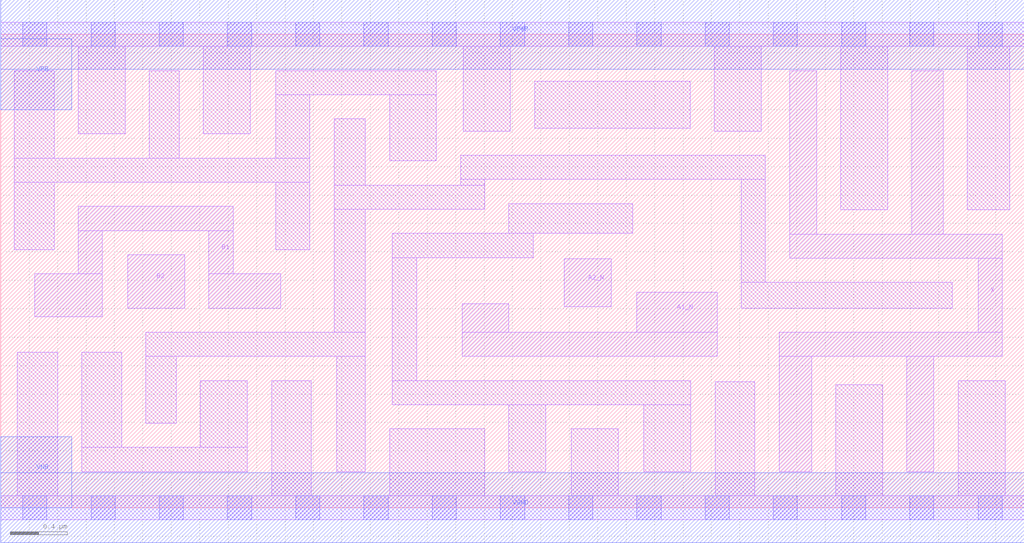
<source format=lef>
# Copyright 2020 The SkyWater PDK Authors
#
# Licensed under the Apache License, Version 2.0 (the "License");
# you may not use this file except in compliance with the License.
# You may obtain a copy of the License at
#
#     https://www.apache.org/licenses/LICENSE-2.0
#
# Unless required by applicable law or agreed to in writing, software
# distributed under the License is distributed on an "AS IS" BASIS,
# WITHOUT WARRANTIES OR CONDITIONS OF ANY KIND, either express or implied.
# See the License for the specific language governing permissions and
# limitations under the License.
#
# SPDX-License-Identifier: Apache-2.0

VERSION 5.5 ;
NAMESCASESENSITIVE ON ;
BUSBITCHARS "[]" ;
DIVIDERCHAR "/" ;
MACRO sky130_fd_sc_lp__a2bb2o_4
  CLASS CORE ;
  SOURCE USER ;
  ORIGIN  0.000000  0.000000 ;
  SIZE  7.200000 BY  3.330000 ;
  SYMMETRY X Y R90 ;
  SITE unit ;
  PIN A1_N
    ANTENNAGATEAREA  0.630000 ;
    DIRECTION INPUT ;
    USE SIGNAL ;
    PORT
      LAYER li1 ;
        RECT 3.245000 1.065000 5.040000 1.235000 ;
        RECT 3.245000 1.235000 3.575000 1.435000 ;
        RECT 4.475000 1.235000 5.040000 1.515000 ;
    END
  END A1_N
  PIN A2_N
    ANTENNAGATEAREA  0.630000 ;
    DIRECTION INPUT ;
    USE SIGNAL ;
    PORT
      LAYER li1 ;
        RECT 3.965000 1.415000 4.295000 1.750000 ;
    END
  END A2_N
  PIN B1
    ANTENNAGATEAREA  0.630000 ;
    DIRECTION INPUT ;
    USE SIGNAL ;
    PORT
      LAYER li1 ;
        RECT 0.240000 1.345000 0.715000 1.645000 ;
        RECT 0.545000 1.645000 0.715000 1.950000 ;
        RECT 0.545000 1.950000 1.635000 2.120000 ;
        RECT 1.465000 1.405000 1.970000 1.645000 ;
        RECT 1.465000 1.645000 1.635000 1.950000 ;
    END
  END B1
  PIN B2
    ANTENNAGATEAREA  0.630000 ;
    DIRECTION INPUT ;
    USE SIGNAL ;
    PORT
      LAYER li1 ;
        RECT 0.895000 1.405000 1.295000 1.780000 ;
    END
  END B2
  PIN X
    ANTENNADIFFAREA  1.188600 ;
    DIRECTION OUTPUT ;
    USE SIGNAL ;
    PORT
      LAYER li1 ;
        RECT 5.475000 0.255000 5.705000 1.065000 ;
        RECT 5.475000 1.065000 7.045000 1.235000 ;
        RECT 5.550000 1.755000 7.045000 1.925000 ;
        RECT 5.550000 1.925000 5.740000 3.075000 ;
        RECT 6.375000 0.255000 6.565000 1.065000 ;
        RECT 6.410000 1.925000 6.630000 3.075000 ;
        RECT 6.875000 1.235000 7.045000 1.755000 ;
    END
  END X
  PIN VGND
    DIRECTION INOUT ;
    USE GROUND ;
    PORT
      LAYER met1 ;
        RECT 0.000000 -0.245000 7.200000 0.245000 ;
    END
  END VGND
  PIN VNB
    DIRECTION INOUT ;
    USE GROUND ;
    PORT
      LAYER met1 ;
        RECT 0.000000 0.000000 0.500000 0.500000 ;
    END
  END VNB
  PIN VPB
    DIRECTION INOUT ;
    USE POWER ;
    PORT
      LAYER met1 ;
        RECT 0.000000 2.800000 0.500000 3.300000 ;
    END
  END VPB
  PIN VPWR
    DIRECTION INOUT ;
    USE POWER ;
    PORT
      LAYER met1 ;
        RECT 0.000000 3.085000 7.200000 3.575000 ;
    END
  END VPWR
  OBS
    LAYER li1 ;
      RECT 0.000000 -0.085000 7.200000 0.085000 ;
      RECT 0.000000  3.245000 7.200000 3.415000 ;
      RECT 0.095000  1.815000 0.375000 2.290000 ;
      RECT 0.095000  2.290000 2.175000 2.460000 ;
      RECT 0.095000  2.460000 0.375000 3.075000 ;
      RECT 0.115000  0.085000 0.400000 1.095000 ;
      RECT 0.545000  2.630000 0.875000 3.245000 ;
      RECT 0.570000  0.255000 1.735000 0.425000 ;
      RECT 0.570000  0.425000 0.850000 1.095000 ;
      RECT 1.020000  0.595000 1.235000 1.065000 ;
      RECT 1.020000  1.065000 2.565000 1.235000 ;
      RECT 1.045000  2.460000 1.255000 3.075000 ;
      RECT 1.405000  0.425000 1.735000 0.895000 ;
      RECT 1.425000  2.630000 1.755000 3.245000 ;
      RECT 1.905000  0.085000 2.185000 0.895000 ;
      RECT 1.935000  1.815000 2.175000 2.290000 ;
      RECT 1.935000  2.460000 2.175000 2.905000 ;
      RECT 1.935000  2.905000 3.065000 3.075000 ;
      RECT 2.345000  1.235000 2.565000 2.100000 ;
      RECT 2.345000  2.100000 3.405000 2.270000 ;
      RECT 2.345000  2.270000 2.565000 2.735000 ;
      RECT 2.365000  0.255000 2.565000 1.065000 ;
      RECT 2.735000  0.085000 3.405000 0.555000 ;
      RECT 2.735000  2.440000 3.065000 2.905000 ;
      RECT 2.755000  0.725000 4.855000 0.895000 ;
      RECT 2.755000  0.895000 2.925000 1.760000 ;
      RECT 2.755000  1.760000 3.745000 1.930000 ;
      RECT 3.235000  2.270000 3.405000 2.310000 ;
      RECT 3.235000  2.310000 5.380000 2.480000 ;
      RECT 3.255000  2.650000 3.585000 3.245000 ;
      RECT 3.575000  0.255000 3.835000 0.725000 ;
      RECT 3.575000  1.930000 4.445000 2.140000 ;
      RECT 3.755000  2.670000 4.850000 3.000000 ;
      RECT 4.015000  0.085000 4.345000 0.555000 ;
      RECT 4.525000  0.255000 4.855000 0.725000 ;
      RECT 5.020000  2.650000 5.350000 3.245000 ;
      RECT 5.025000  0.085000 5.305000 0.885000 ;
      RECT 5.210000  1.405000 6.695000 1.585000 ;
      RECT 5.210000  1.585000 5.380000 2.310000 ;
      RECT 5.875000  0.085000 6.205000 0.865000 ;
      RECT 5.910000  2.095000 6.240000 3.245000 ;
      RECT 6.735000  0.085000 7.065000 0.895000 ;
      RECT 6.800000  2.095000 7.100000 3.245000 ;
    LAYER mcon ;
      RECT 0.155000 -0.085000 0.325000 0.085000 ;
      RECT 0.155000  3.245000 0.325000 3.415000 ;
      RECT 0.635000 -0.085000 0.805000 0.085000 ;
      RECT 0.635000  3.245000 0.805000 3.415000 ;
      RECT 1.115000 -0.085000 1.285000 0.085000 ;
      RECT 1.115000  3.245000 1.285000 3.415000 ;
      RECT 1.595000 -0.085000 1.765000 0.085000 ;
      RECT 1.595000  3.245000 1.765000 3.415000 ;
      RECT 2.075000 -0.085000 2.245000 0.085000 ;
      RECT 2.075000  3.245000 2.245000 3.415000 ;
      RECT 2.555000 -0.085000 2.725000 0.085000 ;
      RECT 2.555000  3.245000 2.725000 3.415000 ;
      RECT 3.035000 -0.085000 3.205000 0.085000 ;
      RECT 3.035000  3.245000 3.205000 3.415000 ;
      RECT 3.515000 -0.085000 3.685000 0.085000 ;
      RECT 3.515000  3.245000 3.685000 3.415000 ;
      RECT 3.995000 -0.085000 4.165000 0.085000 ;
      RECT 3.995000  3.245000 4.165000 3.415000 ;
      RECT 4.475000 -0.085000 4.645000 0.085000 ;
      RECT 4.475000  3.245000 4.645000 3.415000 ;
      RECT 4.955000 -0.085000 5.125000 0.085000 ;
      RECT 4.955000  3.245000 5.125000 3.415000 ;
      RECT 5.435000 -0.085000 5.605000 0.085000 ;
      RECT 5.435000  3.245000 5.605000 3.415000 ;
      RECT 5.915000 -0.085000 6.085000 0.085000 ;
      RECT 5.915000  3.245000 6.085000 3.415000 ;
      RECT 6.395000 -0.085000 6.565000 0.085000 ;
      RECT 6.395000  3.245000 6.565000 3.415000 ;
      RECT 6.875000 -0.085000 7.045000 0.085000 ;
      RECT 6.875000  3.245000 7.045000 3.415000 ;
  END
END sky130_fd_sc_lp__a2bb2o_4
END LIBRARY

</source>
